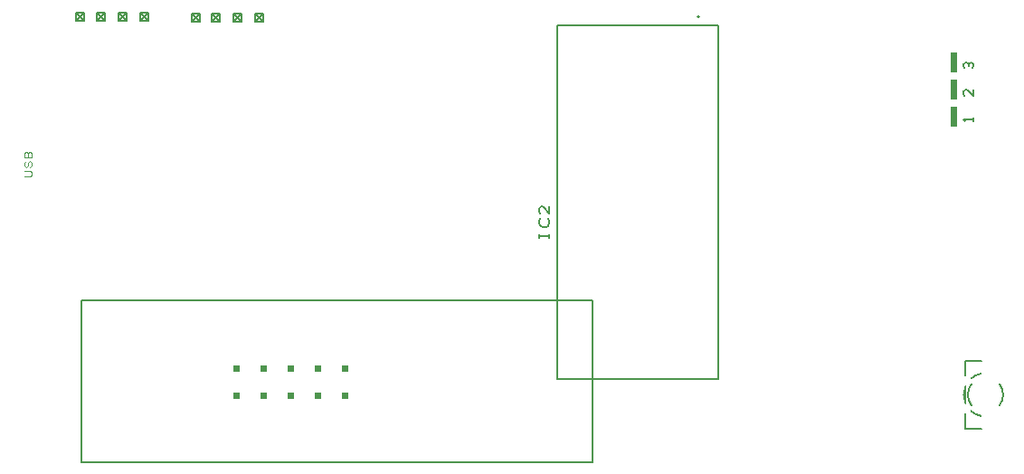
<source format=gbr>
G04 DesignSpark PCB Gerber Version 12.0 Build 5942*
%FSLAX35Y35*%
%MOIN*%
%ADD11C,0.00100*%
%ADD10C,0.00500*%
%ADD13C,0.00600*%
%ADD12C,0.00787*%
X0Y0D02*
D02*
D10*
X227173Y120013D02*
Y121263D01*
Y120639D02*
X223423D01*
Y120013D02*
Y121263D01*
X226548Y127201D02*
X226861Y126889D01*
X227173Y126263D01*
Y125326D01*
X226861Y124701D01*
X226548Y124389D01*
X225923Y124076D01*
X224673D01*
X224048Y124389D01*
X223735Y124701D01*
X223423Y125326D01*
Y126263D01*
X223735Y126889D01*
X224048Y127201D01*
X227173Y131576D02*
Y129076D01*
X224985Y131263D01*
X224361Y131576D01*
X223735Y131263D01*
X223423Y130639D01*
Y129701D01*
X223735Y129076D01*
X243163Y96864D02*
X54581D01*
Y37415D01*
X243163D01*
Y96864D01*
X289349Y198259D02*
X230049D01*
Y67910D01*
X289349D01*
Y198259D01*
X383466Y162942D02*
Y164192D01*
Y163567D02*
X379716D01*
X380341Y162942D01*
X383466Y174817D02*
Y172317D01*
X381278Y174504D01*
X380654Y174817D01*
X380028Y174504D01*
X379716Y173880D01*
Y172942D01*
X380028Y172317D01*
X383154Y182630D02*
X383466Y183254D01*
Y183880D01*
X383154Y184504D01*
X382528Y184817D01*
X381904Y184504D01*
X381591Y183880D01*
Y183254D01*
Y183880D02*
X381278Y184504D01*
X380654Y184817D01*
X380028Y184504D01*
X379716Y183880D01*
Y183254D01*
X380028Y182630D01*
D02*
D11*
X33756Y142539D02*
X35724D01*
X36162Y142758D01*
X36381Y143195D01*
Y144070D01*
X36162Y144508D01*
X35724Y144726D01*
X33756D01*
X35724Y146039D02*
X36162Y146258D01*
X36381Y146695D01*
Y147570D01*
X36162Y148008D01*
X35724Y148226D01*
X35287Y148008D01*
X35068Y147570D01*
Y146695D01*
X34850Y146258D01*
X34412Y146039D01*
X33974Y146258D01*
X33756Y146695D01*
Y147570D01*
X33974Y148008D01*
X34412Y148226D01*
X35068Y151070D02*
X35287Y151508D01*
X35724Y151726D01*
X36162Y151508D01*
X36381Y151070D01*
Y149539D01*
X33756D01*
Y151070D01*
X33974Y151508D01*
X34412Y151726D01*
X34850Y151508D01*
X35068Y151070D01*
Y149539D01*
X110746Y60943D02*
X112746D01*
Y62943D01*
X110746D01*
Y60943D01*
G36*
X110746Y60943D02*
X112746D01*
Y62943D01*
X110746D01*
Y60943D01*
G37*
Y70943D02*
X112746D01*
Y72943D01*
X110746D01*
Y70943D01*
G36*
X110746Y70943D02*
X112746D01*
Y72943D01*
X110746D01*
Y70943D01*
G37*
X120746Y60943D02*
X122746D01*
Y62943D01*
X120746D01*
Y60943D01*
G36*
X120746Y60943D02*
X122746D01*
Y62943D01*
X120746D01*
Y60943D01*
G37*
Y70943D02*
X122746D01*
Y72943D01*
X120746D01*
Y70943D01*
G36*
X120746Y70943D02*
X122746D01*
Y72943D01*
X120746D01*
Y70943D01*
G37*
X130746Y60943D02*
X132746D01*
Y62943D01*
X130746D01*
Y60943D01*
G36*
X130746Y60943D02*
X132746D01*
Y62943D01*
X130746D01*
Y60943D01*
G37*
Y70943D02*
X132746D01*
Y72943D01*
X130746D01*
Y70943D01*
G36*
X130746Y70943D02*
X132746D01*
Y72943D01*
X130746D01*
Y70943D01*
G37*
X140746Y60943D02*
X142746D01*
Y62943D01*
X140746D01*
Y60943D01*
G36*
X140746Y60943D02*
X142746D01*
Y62943D01*
X140746D01*
Y60943D01*
G37*
Y70943D02*
X142746D01*
Y72943D01*
X140746D01*
Y70943D01*
G36*
X140746Y70943D02*
X142746D01*
Y72943D01*
X140746D01*
Y70943D01*
G37*
X150746Y60943D02*
X152746D01*
Y62943D01*
X150746D01*
Y60943D01*
G36*
X150746Y60943D02*
X152746D01*
Y62943D01*
X150746D01*
Y60943D01*
G37*
Y70943D02*
X152746D01*
Y72943D01*
X150746D01*
Y70943D01*
G36*
X150746Y70943D02*
X152746D01*
Y72943D01*
X150746D01*
Y70943D01*
G37*
X376904Y161317D02*
Y168317D01*
X374904D01*
Y161317D01*
X376904D01*
G36*
X376904Y161317D02*
Y168317D01*
X374904D01*
Y161317D01*
X376904D01*
G37*
Y171317D02*
Y178317D01*
X374904D01*
Y171317D01*
X376904D01*
G36*
X376904Y171317D02*
Y178317D01*
X374904D01*
Y171317D01*
X376904D01*
G37*
Y181317D02*
Y188317D01*
X374904D01*
Y181317D01*
X376904D01*
G36*
X376904Y181317D02*
Y188317D01*
X374904D01*
Y181317D01*
X376904D01*
G37*
D02*
D12*
X282061Y201136D02*
G75*
G03*
Y201923I0J394D01*
G01*
G75*
G03*
Y201136I0J-394D01*
G01*
D02*
D13*
X55762Y200014D02*
X52762Y203014D01*
Y200014D01*
X55762D01*
Y203014D01*
X52762Y200014D01*
X55762Y203163D02*
X52762D01*
X63242Y200163D02*
X60242Y203163D01*
Y200163D01*
X63242D01*
Y203163D01*
X60242Y200163D01*
X63242Y203163D02*
X60242D01*
X68360Y200163D02*
X71360Y203163D01*
X68360D02*
X71360Y200163D01*
Y203163D01*
X68360D01*
Y200163D01*
X71360D01*
X76234Y200014D02*
X79234Y203014D01*
X76234D01*
Y200014D01*
X79234D01*
Y203014D01*
Y200014D02*
X76234Y203014D01*
X98281Y199620D02*
X95281Y202620D01*
Y199620D01*
X98281D01*
Y202620D01*
X95281Y199620D01*
X98281Y202770D02*
X95281D01*
X105762Y199770D02*
X102762Y202770D01*
Y199770D01*
X105762D01*
Y202770D01*
X102762Y199770D01*
X105762Y202770D02*
X102762D01*
X110880Y199770D02*
X113880Y202770D01*
X110880D02*
X113880Y199770D01*
Y202770D01*
X110880D01*
Y199770D01*
X113880D01*
X118754Y199620D02*
X121754Y202620D01*
X118754D01*
Y199620D01*
X121754D01*
Y202620D01*
Y199620D02*
X118754Y202620D01*
X380348Y55219D02*
Y49719D01*
X386348D01*
X380348Y65219D02*
Y59219D01*
Y69219D02*
Y74719D01*
X386348D01*
X380548Y65491D02*
G75*
G03*
Y58946I7300J-3272D01*
G01*
Y65491D02*
G75*
G03*
Y58946I7300J-3272D01*
G01*
X382568Y56209D02*
G75*
G03*
X386209Y54388I5281J6010D01*
G01*
X382568Y56209D02*
G75*
G03*
X386209Y54388I5281J6010D01*
G01*
X382723Y66217D02*
G75*
G03*
Y58220I5125J-3998D01*
G01*
X386209Y70049D02*
G75*
G03*
X382568Y68228I1640J-7830D01*
G01*
X386209Y70049D02*
G75*
G03*
X382568Y68228I1640J-7830D01*
G01*
X392974Y58220D02*
G75*
G03*
Y66217I-5125J3998D01*
G01*
X0Y0D02*
M02*

</source>
